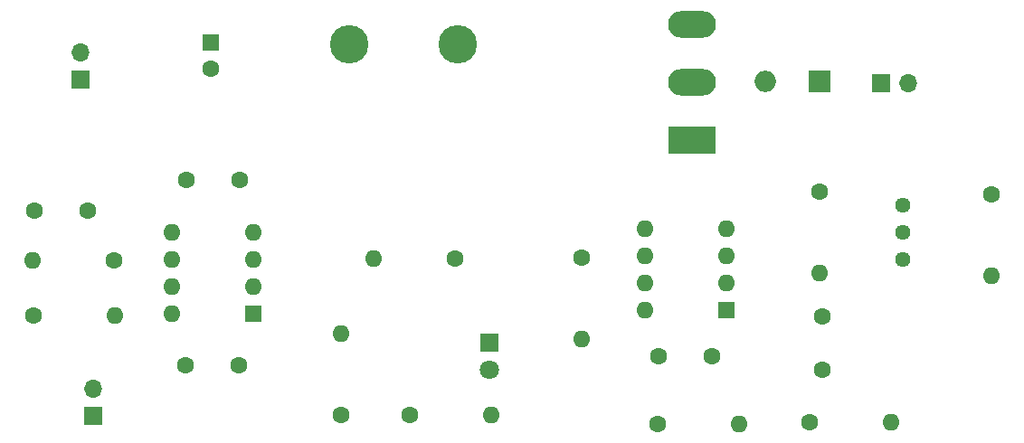
<source format=gts>
G04 #@! TF.GenerationSoftware,KiCad,Pcbnew,(5.1.10)-1*
G04 #@! TF.CreationDate,2023-08-02T14:35:23+03:00*
G04 #@! TF.ProjectId,boost_conv,626f6f73-745f-4636-9f6e-762e6b696361,rev?*
G04 #@! TF.SameCoordinates,Original*
G04 #@! TF.FileFunction,Soldermask,Top*
G04 #@! TF.FilePolarity,Negative*
%FSLAX46Y46*%
G04 Gerber Fmt 4.6, Leading zero omitted, Abs format (unit mm)*
G04 Created by KiCad (PCBNEW (5.1.10)-1) date 2023-08-02 14:35:23*
%MOMM*%
%LPD*%
G01*
G04 APERTURE LIST*
%ADD10O,1.600000X1.600000*%
%ADD11C,1.600000*%
%ADD12R,1.600000X1.600000*%
%ADD13O,2.000000X2.000000*%
%ADD14R,2.000000X2.000000*%
%ADD15R,1.800000X1.800000*%
%ADD16C,1.800000*%
%ADD17R,1.700000X1.700000*%
%ADD18O,1.700000X1.700000*%
%ADD19C,3.600000*%
%ADD20R,4.500000X2.500000*%
%ADD21O,4.500000X2.500000*%
%ADD22C,1.440000*%
G04 APERTURE END LIST*
D10*
X103784400Y-130276600D03*
D11*
X111404400Y-130276600D03*
X88569800Y-112482000D03*
D12*
X88569800Y-109982000D03*
D13*
X140436600Y-113665000D03*
D14*
X145516600Y-113665000D03*
D11*
X86207600Y-140233400D03*
X91207600Y-140233400D03*
X135458200Y-139369800D03*
X130458200Y-139369800D03*
X72038200Y-125730000D03*
X77038200Y-125730000D03*
X91236800Y-122859800D03*
X86236800Y-122859800D03*
X145796000Y-135661400D03*
X145796000Y-140661400D03*
D15*
X114630200Y-138074400D03*
D16*
X114630200Y-140614400D03*
D17*
X76352400Y-113461800D03*
D18*
X76352400Y-110921800D03*
D17*
X151257000Y-113792000D03*
D18*
X153797000Y-113792000D03*
D19*
X111683800Y-110159800D03*
X101523800Y-110159800D03*
D20*
X133553200Y-119176800D03*
D21*
X133553200Y-113726800D03*
X133553200Y-108276800D03*
D10*
X79578200Y-135585200D03*
D11*
X71958200Y-135585200D03*
X79527400Y-130429000D03*
D10*
X71907400Y-130429000D03*
D11*
X100711000Y-144907000D03*
D10*
X100711000Y-137287000D03*
X114782600Y-144907000D03*
D11*
X107162600Y-144907000D03*
X130403600Y-145719800D03*
D10*
X138023600Y-145719800D03*
D11*
X144576800Y-145567400D03*
D10*
X152196800Y-145567400D03*
D11*
X145567400Y-123952000D03*
D10*
X145567400Y-131572000D03*
D22*
X153339800Y-130352800D03*
X153339800Y-127812800D03*
X153339800Y-125272800D03*
D10*
X161594800Y-131826000D03*
D11*
X161594800Y-124206000D03*
D10*
X123266200Y-137744200D03*
D11*
X123266200Y-130124200D03*
D18*
X77546200Y-142443200D03*
D17*
X77546200Y-144983200D03*
D12*
X92557600Y-135407400D03*
D10*
X84937600Y-127787400D03*
X92557600Y-132867400D03*
X84937600Y-130327400D03*
X92557600Y-130327400D03*
X84937600Y-132867400D03*
X92557600Y-127787400D03*
X84937600Y-135407400D03*
X129209800Y-135077200D03*
X136829800Y-127457200D03*
X129209800Y-132537200D03*
X136829800Y-129997200D03*
X129209800Y-129997200D03*
X136829800Y-132537200D03*
X129209800Y-127457200D03*
D12*
X136829800Y-135077200D03*
M02*

</source>
